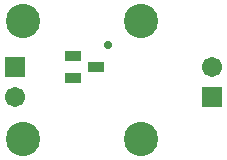
<source format=gbs>
G04*
G04 #@! TF.GenerationSoftware,Altium Limited,Altium Designer,21.7.2 (23)*
G04*
G04 Layer_Color=16711935*
%FSLAX25Y25*%
%MOIN*%
G70*
G04*
G04 #@! TF.SameCoordinates,E983133F-EF14-454E-B69A-C38BEC15BBAD*
G04*
G04*
G04 #@! TF.FilePolarity,Negative*
G04*
G01*
G75*
%ADD20R,0.05721X0.03556*%
%ADD22C,0.06706*%
%ADD23R,0.06706X0.06706*%
%ADD24C,0.02769*%
%ADD25C,0.11430*%
D20*
X527563Y361260D02*
D03*
Y368740D02*
D03*
X535437Y365000D02*
D03*
D22*
X574000D02*
D03*
X508500Y355000D02*
D03*
D23*
X574000D02*
D03*
X508500Y365000D02*
D03*
D24*
X539500Y372500D02*
D03*
D25*
X511000Y380500D02*
D03*
Y341000D02*
D03*
X550500Y380500D02*
D03*
Y341000D02*
D03*
M02*

</source>
